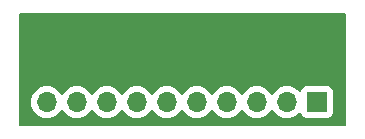
<source format=gbr>
%TF.GenerationSoftware,KiCad,Pcbnew,7.0.5*%
%TF.CreationDate,2023-10-01T13:44:02-07:00*%
%TF.ProjectId,Keithley_TF70,4b656974-686c-4657-995f-544637302e6b,rev?*%
%TF.SameCoordinates,Original*%
%TF.FileFunction,Copper,L2,Bot*%
%TF.FilePolarity,Positive*%
%FSLAX46Y46*%
G04 Gerber Fmt 4.6, Leading zero omitted, Abs format (unit mm)*
G04 Created by KiCad (PCBNEW 7.0.5) date 2023-10-01 13:44:02*
%MOMM*%
%LPD*%
G01*
G04 APERTURE LIST*
%TA.AperFunction,ComponentPad*%
%ADD10R,1.700000X1.700000*%
%TD*%
%TA.AperFunction,ComponentPad*%
%ADD11O,1.700000X1.700000*%
%TD*%
G04 APERTURE END LIST*
D10*
%TO.P,J1,1,Pin_1*%
%TO.N,1*%
X133750000Y-137500000D03*
D11*
%TO.P,J1,2,Pin_2*%
%TO.N,2*%
X131210000Y-137500000D03*
%TO.P,J1,3,Pin_3*%
%TO.N,unconnected-(J1-Pin_3-Pad3)*%
X128670000Y-137500000D03*
%TO.P,J1,4,Pin_4*%
%TO.N,4*%
X126130000Y-137500000D03*
%TO.P,J1,5,Pin_5*%
%TO.N,5*%
X123590000Y-137500000D03*
%TO.P,J1,6,Pin_6*%
%TO.N,6*%
X121050000Y-137500000D03*
%TO.P,J1,7,Pin_7*%
%TO.N,7*%
X118510000Y-137500000D03*
%TO.P,J1,8,Pin_8*%
%TO.N,8*%
X115970000Y-137500000D03*
%TO.P,J1,9,Pin_9*%
%TO.N,9*%
X113430000Y-137500000D03*
%TO.P,J1,10,Pin_10*%
%TO.N,10*%
X110890000Y-137500000D03*
%TD*%
%TA.AperFunction,NonConductor*%
G36*
X136192539Y-130020185D02*
G01*
X136238294Y-130072989D01*
X136249500Y-130124500D01*
X136249500Y-139375500D01*
X136229815Y-139442539D01*
X136177011Y-139488294D01*
X136125500Y-139499500D01*
X108624500Y-139499500D01*
X108557461Y-139479815D01*
X108511706Y-139427011D01*
X108500500Y-139375500D01*
X108500500Y-137500000D01*
X109534341Y-137500000D01*
X109554936Y-137735403D01*
X109554938Y-137735413D01*
X109616094Y-137963655D01*
X109616096Y-137963659D01*
X109616097Y-137963663D01*
X109620000Y-137972032D01*
X109715965Y-138177830D01*
X109715967Y-138177834D01*
X109824281Y-138332521D01*
X109851505Y-138371401D01*
X110018599Y-138538495D01*
X110115384Y-138606264D01*
X110212165Y-138674032D01*
X110212167Y-138674033D01*
X110212170Y-138674035D01*
X110426337Y-138773903D01*
X110654592Y-138835063D01*
X110831034Y-138850500D01*
X110889999Y-138855659D01*
X110890000Y-138855659D01*
X110890001Y-138855659D01*
X110948966Y-138850500D01*
X111125408Y-138835063D01*
X111353663Y-138773903D01*
X111567830Y-138674035D01*
X111761401Y-138538495D01*
X111928495Y-138371401D01*
X112058424Y-138185842D01*
X112113002Y-138142217D01*
X112182500Y-138135023D01*
X112244855Y-138166546D01*
X112261575Y-138185842D01*
X112391500Y-138371395D01*
X112391505Y-138371401D01*
X112558599Y-138538495D01*
X112655384Y-138606264D01*
X112752165Y-138674032D01*
X112752167Y-138674033D01*
X112752170Y-138674035D01*
X112966337Y-138773903D01*
X113194592Y-138835063D01*
X113371034Y-138850500D01*
X113429999Y-138855659D01*
X113430000Y-138855659D01*
X113430001Y-138855659D01*
X113488966Y-138850500D01*
X113665408Y-138835063D01*
X113893663Y-138773903D01*
X114107830Y-138674035D01*
X114301401Y-138538495D01*
X114468495Y-138371401D01*
X114598424Y-138185842D01*
X114653002Y-138142217D01*
X114722500Y-138135023D01*
X114784855Y-138166546D01*
X114801575Y-138185842D01*
X114931500Y-138371395D01*
X114931505Y-138371401D01*
X115098599Y-138538495D01*
X115195384Y-138606264D01*
X115292165Y-138674032D01*
X115292167Y-138674033D01*
X115292170Y-138674035D01*
X115506337Y-138773903D01*
X115734592Y-138835063D01*
X115911034Y-138850500D01*
X115969999Y-138855659D01*
X115970000Y-138855659D01*
X115970001Y-138855659D01*
X116028966Y-138850500D01*
X116205408Y-138835063D01*
X116433663Y-138773903D01*
X116647830Y-138674035D01*
X116841401Y-138538495D01*
X117008495Y-138371401D01*
X117138424Y-138185842D01*
X117193002Y-138142217D01*
X117262500Y-138135023D01*
X117324855Y-138166546D01*
X117341575Y-138185842D01*
X117471500Y-138371395D01*
X117471505Y-138371401D01*
X117638599Y-138538495D01*
X117735384Y-138606264D01*
X117832165Y-138674032D01*
X117832167Y-138674033D01*
X117832170Y-138674035D01*
X118046337Y-138773903D01*
X118274592Y-138835063D01*
X118451034Y-138850500D01*
X118509999Y-138855659D01*
X118510000Y-138855659D01*
X118510001Y-138855659D01*
X118568966Y-138850500D01*
X118745408Y-138835063D01*
X118973663Y-138773903D01*
X119187830Y-138674035D01*
X119381401Y-138538495D01*
X119548495Y-138371401D01*
X119678424Y-138185842D01*
X119733002Y-138142217D01*
X119802500Y-138135023D01*
X119864855Y-138166546D01*
X119881575Y-138185842D01*
X120011500Y-138371395D01*
X120011505Y-138371401D01*
X120178599Y-138538495D01*
X120275384Y-138606264D01*
X120372165Y-138674032D01*
X120372167Y-138674033D01*
X120372170Y-138674035D01*
X120586337Y-138773903D01*
X120814592Y-138835063D01*
X120991034Y-138850500D01*
X121049999Y-138855659D01*
X121050000Y-138855659D01*
X121050001Y-138855659D01*
X121108966Y-138850500D01*
X121285408Y-138835063D01*
X121513663Y-138773903D01*
X121727830Y-138674035D01*
X121921401Y-138538495D01*
X122088495Y-138371401D01*
X122218424Y-138185842D01*
X122273002Y-138142217D01*
X122342500Y-138135023D01*
X122404855Y-138166546D01*
X122421575Y-138185842D01*
X122551500Y-138371395D01*
X122551505Y-138371401D01*
X122718599Y-138538495D01*
X122815384Y-138606264D01*
X122912165Y-138674032D01*
X122912167Y-138674033D01*
X122912170Y-138674035D01*
X123126337Y-138773903D01*
X123354592Y-138835063D01*
X123531034Y-138850500D01*
X123589999Y-138855659D01*
X123590000Y-138855659D01*
X123590001Y-138855659D01*
X123648966Y-138850500D01*
X123825408Y-138835063D01*
X124053663Y-138773903D01*
X124267830Y-138674035D01*
X124461401Y-138538495D01*
X124628495Y-138371401D01*
X124758424Y-138185842D01*
X124813002Y-138142217D01*
X124882500Y-138135023D01*
X124944855Y-138166546D01*
X124961575Y-138185842D01*
X125091500Y-138371395D01*
X125091505Y-138371401D01*
X125258599Y-138538495D01*
X125355384Y-138606264D01*
X125452165Y-138674032D01*
X125452167Y-138674033D01*
X125452170Y-138674035D01*
X125666337Y-138773903D01*
X125894592Y-138835063D01*
X126071034Y-138850500D01*
X126129999Y-138855659D01*
X126130000Y-138855659D01*
X126130001Y-138855659D01*
X126188966Y-138850500D01*
X126365408Y-138835063D01*
X126593663Y-138773903D01*
X126807830Y-138674035D01*
X127001401Y-138538495D01*
X127168495Y-138371401D01*
X127298424Y-138185842D01*
X127353002Y-138142217D01*
X127422500Y-138135023D01*
X127484855Y-138166546D01*
X127501575Y-138185842D01*
X127631500Y-138371395D01*
X127631505Y-138371401D01*
X127798599Y-138538495D01*
X127895384Y-138606264D01*
X127992165Y-138674032D01*
X127992167Y-138674033D01*
X127992170Y-138674035D01*
X128206337Y-138773903D01*
X128434592Y-138835063D01*
X128611034Y-138850500D01*
X128669999Y-138855659D01*
X128670000Y-138855659D01*
X128670001Y-138855659D01*
X128728966Y-138850500D01*
X128905408Y-138835063D01*
X129133663Y-138773903D01*
X129347830Y-138674035D01*
X129541401Y-138538495D01*
X129708495Y-138371401D01*
X129838424Y-138185842D01*
X129893002Y-138142217D01*
X129962500Y-138135023D01*
X130024855Y-138166546D01*
X130041575Y-138185842D01*
X130171500Y-138371395D01*
X130171505Y-138371401D01*
X130338599Y-138538495D01*
X130435384Y-138606264D01*
X130532165Y-138674032D01*
X130532167Y-138674033D01*
X130532170Y-138674035D01*
X130746337Y-138773903D01*
X130974592Y-138835063D01*
X131151034Y-138850500D01*
X131209999Y-138855659D01*
X131210000Y-138855659D01*
X131210001Y-138855659D01*
X131268966Y-138850500D01*
X131445408Y-138835063D01*
X131673663Y-138773903D01*
X131887830Y-138674035D01*
X132081401Y-138538495D01*
X132203329Y-138416566D01*
X132264648Y-138383084D01*
X132334340Y-138388068D01*
X132390274Y-138429939D01*
X132407189Y-138460917D01*
X132456202Y-138592328D01*
X132456206Y-138592335D01*
X132542452Y-138707544D01*
X132542455Y-138707547D01*
X132657664Y-138793793D01*
X132657671Y-138793797D01*
X132792517Y-138844091D01*
X132792516Y-138844091D01*
X132799444Y-138844835D01*
X132852127Y-138850500D01*
X134647872Y-138850499D01*
X134707483Y-138844091D01*
X134842331Y-138793796D01*
X134957546Y-138707546D01*
X135043796Y-138592331D01*
X135094091Y-138457483D01*
X135100500Y-138397873D01*
X135100499Y-136602128D01*
X135094091Y-136542517D01*
X135092810Y-136539083D01*
X135043797Y-136407671D01*
X135043793Y-136407664D01*
X134957547Y-136292455D01*
X134957544Y-136292452D01*
X134842335Y-136206206D01*
X134842328Y-136206202D01*
X134707482Y-136155908D01*
X134707483Y-136155908D01*
X134647883Y-136149501D01*
X134647881Y-136149500D01*
X134647873Y-136149500D01*
X134647864Y-136149500D01*
X132852129Y-136149500D01*
X132852123Y-136149501D01*
X132792516Y-136155908D01*
X132657671Y-136206202D01*
X132657664Y-136206206D01*
X132542455Y-136292452D01*
X132542452Y-136292455D01*
X132456206Y-136407664D01*
X132456203Y-136407669D01*
X132407189Y-136539083D01*
X132365317Y-136595016D01*
X132299853Y-136619433D01*
X132231580Y-136604581D01*
X132203326Y-136583430D01*
X132081402Y-136461506D01*
X132081395Y-136461501D01*
X131887834Y-136325967D01*
X131887830Y-136325965D01*
X131887828Y-136325964D01*
X131673663Y-136226097D01*
X131673659Y-136226096D01*
X131673655Y-136226094D01*
X131445413Y-136164938D01*
X131445403Y-136164936D01*
X131210001Y-136144341D01*
X131209999Y-136144341D01*
X130974596Y-136164936D01*
X130974586Y-136164938D01*
X130746344Y-136226094D01*
X130746335Y-136226098D01*
X130532171Y-136325964D01*
X130532169Y-136325965D01*
X130338597Y-136461505D01*
X130171505Y-136628597D01*
X130041575Y-136814158D01*
X129986998Y-136857783D01*
X129917500Y-136864977D01*
X129855145Y-136833454D01*
X129838425Y-136814158D01*
X129708494Y-136628597D01*
X129541402Y-136461506D01*
X129541395Y-136461501D01*
X129347834Y-136325967D01*
X129347830Y-136325965D01*
X129347828Y-136325964D01*
X129133663Y-136226097D01*
X129133659Y-136226096D01*
X129133655Y-136226094D01*
X128905413Y-136164938D01*
X128905403Y-136164936D01*
X128670001Y-136144341D01*
X128669999Y-136144341D01*
X128434596Y-136164936D01*
X128434586Y-136164938D01*
X128206344Y-136226094D01*
X128206335Y-136226098D01*
X127992171Y-136325964D01*
X127992169Y-136325965D01*
X127798597Y-136461505D01*
X127631505Y-136628597D01*
X127501575Y-136814158D01*
X127446998Y-136857783D01*
X127377500Y-136864977D01*
X127315145Y-136833454D01*
X127298425Y-136814158D01*
X127168494Y-136628597D01*
X127001402Y-136461506D01*
X127001395Y-136461501D01*
X126807834Y-136325967D01*
X126807830Y-136325965D01*
X126807828Y-136325964D01*
X126593663Y-136226097D01*
X126593659Y-136226096D01*
X126593655Y-136226094D01*
X126365413Y-136164938D01*
X126365403Y-136164936D01*
X126130001Y-136144341D01*
X126129999Y-136144341D01*
X125894596Y-136164936D01*
X125894586Y-136164938D01*
X125666344Y-136226094D01*
X125666335Y-136226098D01*
X125452171Y-136325964D01*
X125452169Y-136325965D01*
X125258597Y-136461505D01*
X125091505Y-136628597D01*
X124961575Y-136814158D01*
X124906998Y-136857783D01*
X124837500Y-136864977D01*
X124775145Y-136833454D01*
X124758425Y-136814158D01*
X124628494Y-136628597D01*
X124461402Y-136461506D01*
X124461395Y-136461501D01*
X124267834Y-136325967D01*
X124267830Y-136325965D01*
X124267828Y-136325964D01*
X124053663Y-136226097D01*
X124053659Y-136226096D01*
X124053655Y-136226094D01*
X123825413Y-136164938D01*
X123825403Y-136164936D01*
X123590001Y-136144341D01*
X123589999Y-136144341D01*
X123354596Y-136164936D01*
X123354586Y-136164938D01*
X123126344Y-136226094D01*
X123126335Y-136226098D01*
X122912171Y-136325964D01*
X122912169Y-136325965D01*
X122718597Y-136461505D01*
X122551508Y-136628594D01*
X122421574Y-136814159D01*
X122366997Y-136857784D01*
X122297498Y-136864976D01*
X122235144Y-136833454D01*
X122218424Y-136814158D01*
X122088494Y-136628597D01*
X121921402Y-136461506D01*
X121921395Y-136461501D01*
X121727834Y-136325967D01*
X121727830Y-136325965D01*
X121727828Y-136325964D01*
X121513663Y-136226097D01*
X121513659Y-136226096D01*
X121513655Y-136226094D01*
X121285413Y-136164938D01*
X121285403Y-136164936D01*
X121050001Y-136144341D01*
X121049999Y-136144341D01*
X120814596Y-136164936D01*
X120814586Y-136164938D01*
X120586344Y-136226094D01*
X120586335Y-136226098D01*
X120372171Y-136325964D01*
X120372169Y-136325965D01*
X120178597Y-136461505D01*
X120011505Y-136628597D01*
X119881575Y-136814158D01*
X119826998Y-136857783D01*
X119757500Y-136864977D01*
X119695145Y-136833454D01*
X119678425Y-136814158D01*
X119548494Y-136628597D01*
X119381402Y-136461506D01*
X119381395Y-136461501D01*
X119187834Y-136325967D01*
X119187830Y-136325965D01*
X119187828Y-136325964D01*
X118973663Y-136226097D01*
X118973659Y-136226096D01*
X118973655Y-136226094D01*
X118745413Y-136164938D01*
X118745403Y-136164936D01*
X118510001Y-136144341D01*
X118509999Y-136144341D01*
X118274596Y-136164936D01*
X118274586Y-136164938D01*
X118046344Y-136226094D01*
X118046335Y-136226098D01*
X117832171Y-136325964D01*
X117832169Y-136325965D01*
X117638597Y-136461505D01*
X117471505Y-136628597D01*
X117341575Y-136814158D01*
X117286998Y-136857783D01*
X117217500Y-136864977D01*
X117155145Y-136833454D01*
X117138425Y-136814158D01*
X117008494Y-136628597D01*
X116841402Y-136461506D01*
X116841395Y-136461501D01*
X116647834Y-136325967D01*
X116647830Y-136325965D01*
X116647828Y-136325964D01*
X116433663Y-136226097D01*
X116433659Y-136226096D01*
X116433655Y-136226094D01*
X116205413Y-136164938D01*
X116205403Y-136164936D01*
X115970001Y-136144341D01*
X115969999Y-136144341D01*
X115734596Y-136164936D01*
X115734586Y-136164938D01*
X115506344Y-136226094D01*
X115506335Y-136226098D01*
X115292171Y-136325964D01*
X115292169Y-136325965D01*
X115098597Y-136461505D01*
X114931505Y-136628597D01*
X114801575Y-136814158D01*
X114746998Y-136857783D01*
X114677500Y-136864977D01*
X114615145Y-136833454D01*
X114598425Y-136814158D01*
X114468494Y-136628597D01*
X114301402Y-136461506D01*
X114301395Y-136461501D01*
X114107834Y-136325967D01*
X114107830Y-136325965D01*
X114107828Y-136325964D01*
X113893663Y-136226097D01*
X113893659Y-136226096D01*
X113893655Y-136226094D01*
X113665413Y-136164938D01*
X113665403Y-136164936D01*
X113430001Y-136144341D01*
X113429999Y-136144341D01*
X113194596Y-136164936D01*
X113194586Y-136164938D01*
X112966344Y-136226094D01*
X112966335Y-136226098D01*
X112752171Y-136325964D01*
X112752169Y-136325965D01*
X112558597Y-136461505D01*
X112391505Y-136628597D01*
X112261575Y-136814158D01*
X112206998Y-136857783D01*
X112137500Y-136864977D01*
X112075145Y-136833454D01*
X112058425Y-136814158D01*
X111928494Y-136628597D01*
X111761402Y-136461506D01*
X111761395Y-136461501D01*
X111567834Y-136325967D01*
X111567830Y-136325965D01*
X111567828Y-136325964D01*
X111353663Y-136226097D01*
X111353659Y-136226096D01*
X111353655Y-136226094D01*
X111125413Y-136164938D01*
X111125403Y-136164936D01*
X110890001Y-136144341D01*
X110889999Y-136144341D01*
X110654596Y-136164936D01*
X110654586Y-136164938D01*
X110426344Y-136226094D01*
X110426335Y-136226098D01*
X110212171Y-136325964D01*
X110212169Y-136325965D01*
X110018597Y-136461505D01*
X109851505Y-136628597D01*
X109715965Y-136822169D01*
X109715964Y-136822171D01*
X109616098Y-137036335D01*
X109616094Y-137036344D01*
X109554938Y-137264586D01*
X109554936Y-137264596D01*
X109534341Y-137499999D01*
X109534341Y-137500000D01*
X108500500Y-137500000D01*
X108500500Y-130124500D01*
X108520185Y-130057461D01*
X108572989Y-130011706D01*
X108624500Y-130000500D01*
X136125500Y-130000500D01*
X136192539Y-130020185D01*
G37*
%TD.AperFunction*%
M02*

</source>
